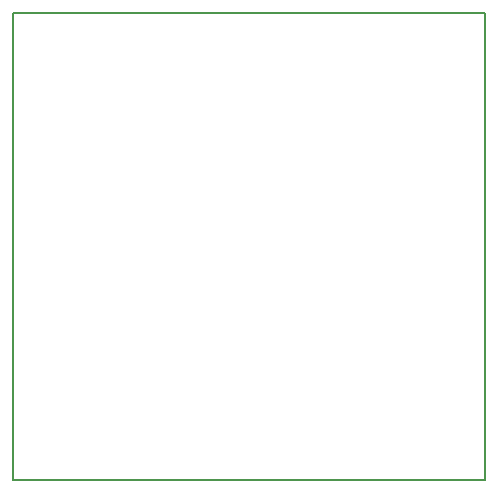
<source format=gbr>
G04 #@! TF.GenerationSoftware,KiCad,Pcbnew,(5.0.0)*
G04 #@! TF.CreationDate,2018-08-29T14:30:19+02:00*
G04 #@! TF.ProjectId,1u_lpg_panel,31755F6C70675F70616E656C2E6B6963,rev?*
G04 #@! TF.SameCoordinates,Original*
G04 #@! TF.FileFunction,Profile,NP*
%FSLAX46Y46*%
G04 Gerber Fmt 4.6, Leading zero omitted, Abs format (unit mm)*
G04 Created by KiCad (PCBNEW (5.0.0)) date 08/29/18 14:30:19*
%MOMM*%
%LPD*%
G01*
G04 APERTURE LIST*
%ADD10C,0.150000*%
G04 APERTURE END LIST*
D10*
X0Y-39600000D02*
X0Y0D01*
X40000000Y-39600000D02*
X0Y-39600000D01*
X40000000Y0D02*
X40000000Y-39600000D01*
X0Y0D02*
X40000000Y0D01*
M02*

</source>
